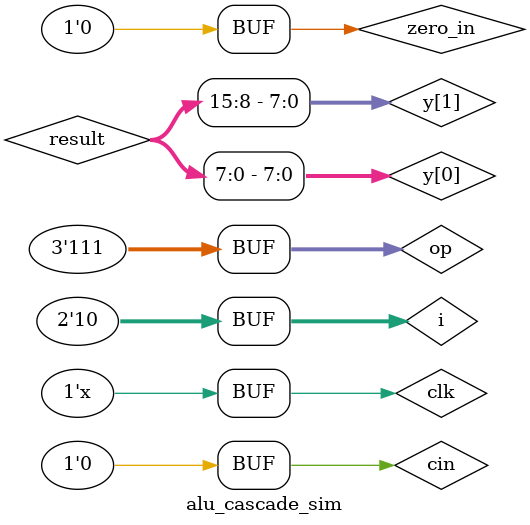
<source format=v>
`timescale 1ns / 1ps

//////////////////////////////////////////////////////////////////////////////////
// Company:     BME
// Engineer:    Nagy Tímea Csilla(O5D5VN), Cseh Péter(DM5HMB)
// 
// Create Date: 17.04.2017 12:39:55
// Design Name: alu
// Module Name: alu_sim
//////////////////////////////////////////////////////////////////////////////////


module alu_cascade_sim;

	// Inputs
	reg clk;
	reg [2:0] a_addr[1:0];
	reg [2:0] b_addr[1:0];
	reg [7:0] const[1:0];
    reg [2:0] op;
    reg cin;
    reg zero_in;
    
    //Outputs
    wire [7:0] y[1:0];
    wire cout[1:0];
    wire ovf[1:0];
    wire zero[1:0];
    wire neg[1:0];

	// Instantiate the Unit Under Test (UUT)
	//ALU1
	alu uut1
	(
		.clk(clk),
		.a_addr(a_addr[0]),
		.b_addr(b_addr[0]),
		.const(const[0]), 
		.op(op), 
		.cin(cin),
		.zero_in(zero_in),
		 
		.y(y[0]),
		.cout(cout[0]),
		.ovf(ovf[0]),
		.zero(zero[0]),
		.neg(neg[0])
	);
	
	//ALU2
	alu uut2
        (
            .clk(clk),
            .a_addr(a_addr[1]),
            .b_addr(b_addr[1]),
            .const(const[1]), 
            .op(op), 
            .cin(cout[0]),
            .zero_in(zero[0]),
             
            .y(y[1]),
            .cout(cout[1]),
            .ovf(ovf[1]),
            .zero(zero[1]),
            .neg(neg[1])
        );
        
wire [15:0] result = {y[1], y[0]};
        
//Operation Codes
parameter MOV = 3'b000;
parameter AND = 3'b001;
parameter OR  = 3'b010;
parameter XOR = 3'b011;
parameter RRC = 3'b100;
parameter CMP = 3'b101;
parameter ADD = 3'b110;
parameter SUB = 3'b111;

reg[1:0] i;
initial begin
    clk = 0;
    cin <= 0;
    zero_in <= 0;
    op <= MOV;
    for(i = 0; i < 2; i = i + 1)
    begin
        a_addr[i] <= 0; 
        b_addr[i] <= 1;
        const[i] <= 0;
    end
end



always #10 clk = ~clk;

initial #20 a_addr[0] = 1;
initial #40 const[0] = 20;
initial #60 a_addr[0] = 0; 
initial #80 const[0] = 30;

initial #120 a_addr[1] = 1;
initial #140 const[1] = 40;
initial #160 a_addr[1] = 0; 
initial #180 const[1] = 50;

initial #200 op <= ADD;

initial #400 op <= SUB;

endmodule

</source>
